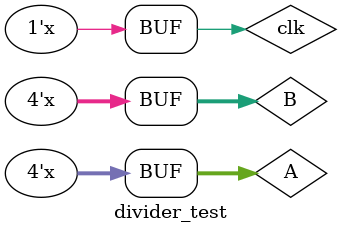
<source format=v>
`timescale 1ns / 1ps


module divider_test();
  // Parameters
  localparam  M = 4;
  localparam  N = 4;

  //Ports
  reg  clk;
  reg  rst;
  reg [M-1:0] A;
  reg [N-1:0] B;

  wire [M-1:0] res;
  wire [N-1:0]mod;
  wire isOut;

  initial
  begin
    clk=0;
    rst=0;
    A=15;
    B=7;
    #10;
    rst=1;
  end
  always @(*)
  begin
    if (isOut==1)
    begin
      #5;
      rst=0;
      A=A-1;
      B=B-1;
      #10;
      rst=1;
    end
  end
  divider_design # (
                   .M(M),
                   .N(N)
                 )
                 divider_design_inst (
                   .clk(clk),
                   .rst(rst),

                   .A(A),
                   .B(B),

                   .res(res),
                   .mod(mod),
                   .out_en(isOut)
                 );
  always #5 clk=~clk;
endmodule

</source>
